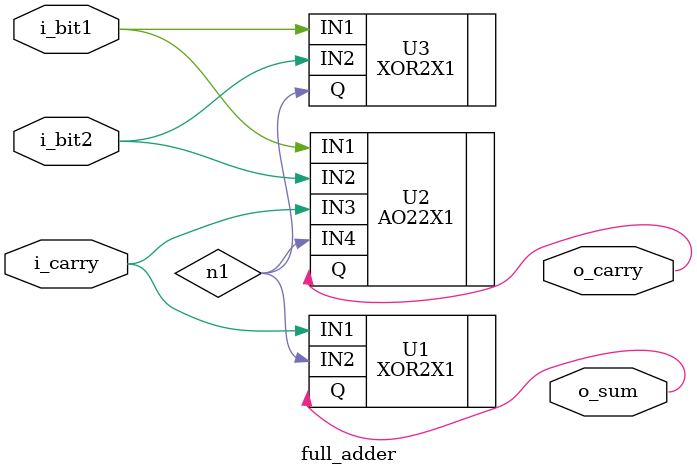
<source format=v>



module full_adder ( i_bit1, i_bit2, i_carry, o_sum, o_carry );
  input i_bit1, i_bit2, i_carry;
  output o_sum, o_carry;
  wire   n1;

  XOR2X1 U1 ( .IN1(i_carry), .IN2(n1), .Q(o_sum) );
  AO22X1 U2 ( .IN1(i_bit1), .IN2(i_bit2), .IN3(i_carry), .IN4(n1), .Q(o_carry)
         );
  XOR2X1 U3 ( .IN1(i_bit1), .IN2(i_bit2), .Q(n1) );
endmodule


</source>
